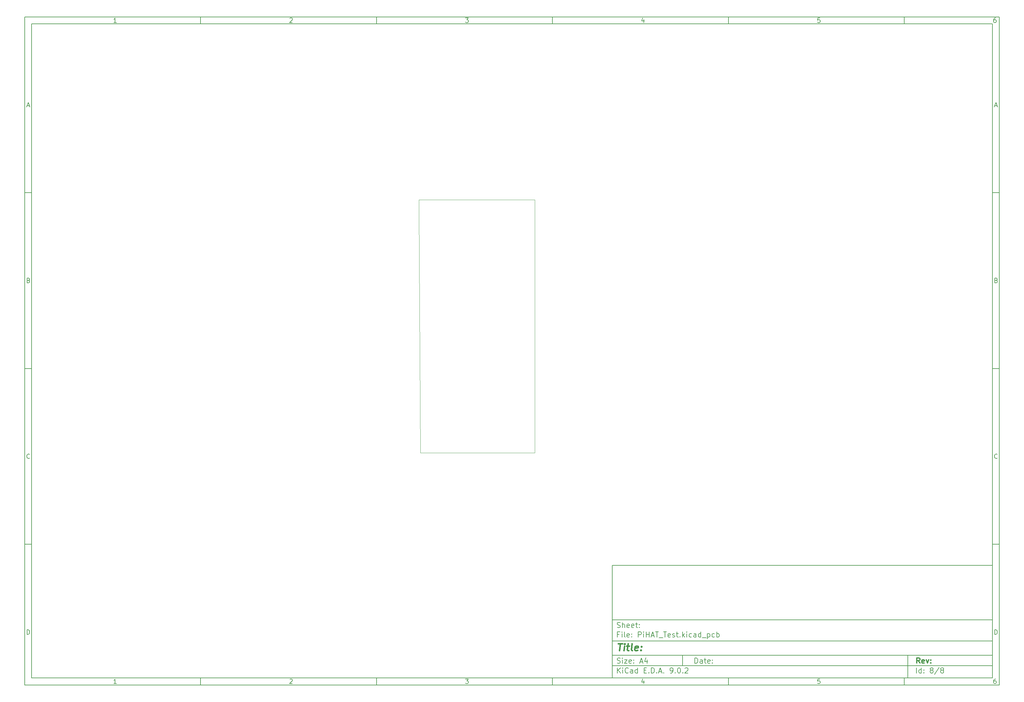
<source format=gbr>
%TF.GenerationSoftware,KiCad,Pcbnew,9.0.2*%
%TF.CreationDate,2025-07-16T09:33:13+08:00*%
%TF.ProjectId,PiHAT_Test,50694841-545f-4546-9573-742e6b696361,rev?*%
%TF.SameCoordinates,Original*%
%TF.FileFunction,Profile,NP*%
%FSLAX46Y46*%
G04 Gerber Fmt 4.6, Leading zero omitted, Abs format (unit mm)*
G04 Created by KiCad (PCBNEW 9.0.2) date 2025-07-16 09:33:13*
%MOMM*%
%LPD*%
G01*
G04 APERTURE LIST*
%ADD10C,0.100000*%
%ADD11C,0.150000*%
%ADD12C,0.300000*%
%ADD13C,0.400000*%
%TA.AperFunction,Profile*%
%ADD14C,0.050000*%
%TD*%
G04 APERTURE END LIST*
D10*
D11*
X177002200Y-166007200D02*
X285002200Y-166007200D01*
X285002200Y-198007200D01*
X177002200Y-198007200D01*
X177002200Y-166007200D01*
D10*
D11*
X10000000Y-10000000D02*
X287002200Y-10000000D01*
X287002200Y-200007200D01*
X10000000Y-200007200D01*
X10000000Y-10000000D01*
D10*
D11*
X12000000Y-12000000D02*
X285002200Y-12000000D01*
X285002200Y-198007200D01*
X12000000Y-198007200D01*
X12000000Y-12000000D01*
D10*
D11*
X60000000Y-12000000D02*
X60000000Y-10000000D01*
D10*
D11*
X110000000Y-12000000D02*
X110000000Y-10000000D01*
D10*
D11*
X160000000Y-12000000D02*
X160000000Y-10000000D01*
D10*
D11*
X210000000Y-12000000D02*
X210000000Y-10000000D01*
D10*
D11*
X260000000Y-12000000D02*
X260000000Y-10000000D01*
D10*
D11*
X36089160Y-11593604D02*
X35346303Y-11593604D01*
X35717731Y-11593604D02*
X35717731Y-10293604D01*
X35717731Y-10293604D02*
X35593922Y-10479319D01*
X35593922Y-10479319D02*
X35470112Y-10603128D01*
X35470112Y-10603128D02*
X35346303Y-10665033D01*
D10*
D11*
X85346303Y-10417414D02*
X85408207Y-10355509D01*
X85408207Y-10355509D02*
X85532017Y-10293604D01*
X85532017Y-10293604D02*
X85841541Y-10293604D01*
X85841541Y-10293604D02*
X85965350Y-10355509D01*
X85965350Y-10355509D02*
X86027255Y-10417414D01*
X86027255Y-10417414D02*
X86089160Y-10541223D01*
X86089160Y-10541223D02*
X86089160Y-10665033D01*
X86089160Y-10665033D02*
X86027255Y-10850747D01*
X86027255Y-10850747D02*
X85284398Y-11593604D01*
X85284398Y-11593604D02*
X86089160Y-11593604D01*
D10*
D11*
X135284398Y-10293604D02*
X136089160Y-10293604D01*
X136089160Y-10293604D02*
X135655826Y-10788842D01*
X135655826Y-10788842D02*
X135841541Y-10788842D01*
X135841541Y-10788842D02*
X135965350Y-10850747D01*
X135965350Y-10850747D02*
X136027255Y-10912652D01*
X136027255Y-10912652D02*
X136089160Y-11036461D01*
X136089160Y-11036461D02*
X136089160Y-11345985D01*
X136089160Y-11345985D02*
X136027255Y-11469795D01*
X136027255Y-11469795D02*
X135965350Y-11531700D01*
X135965350Y-11531700D02*
X135841541Y-11593604D01*
X135841541Y-11593604D02*
X135470112Y-11593604D01*
X135470112Y-11593604D02*
X135346303Y-11531700D01*
X135346303Y-11531700D02*
X135284398Y-11469795D01*
D10*
D11*
X185965350Y-10726938D02*
X185965350Y-11593604D01*
X185655826Y-10231700D02*
X185346303Y-11160271D01*
X185346303Y-11160271D02*
X186151064Y-11160271D01*
D10*
D11*
X236027255Y-10293604D02*
X235408207Y-10293604D01*
X235408207Y-10293604D02*
X235346303Y-10912652D01*
X235346303Y-10912652D02*
X235408207Y-10850747D01*
X235408207Y-10850747D02*
X235532017Y-10788842D01*
X235532017Y-10788842D02*
X235841541Y-10788842D01*
X235841541Y-10788842D02*
X235965350Y-10850747D01*
X235965350Y-10850747D02*
X236027255Y-10912652D01*
X236027255Y-10912652D02*
X236089160Y-11036461D01*
X236089160Y-11036461D02*
X236089160Y-11345985D01*
X236089160Y-11345985D02*
X236027255Y-11469795D01*
X236027255Y-11469795D02*
X235965350Y-11531700D01*
X235965350Y-11531700D02*
X235841541Y-11593604D01*
X235841541Y-11593604D02*
X235532017Y-11593604D01*
X235532017Y-11593604D02*
X235408207Y-11531700D01*
X235408207Y-11531700D02*
X235346303Y-11469795D01*
D10*
D11*
X285965350Y-10293604D02*
X285717731Y-10293604D01*
X285717731Y-10293604D02*
X285593922Y-10355509D01*
X285593922Y-10355509D02*
X285532017Y-10417414D01*
X285532017Y-10417414D02*
X285408207Y-10603128D01*
X285408207Y-10603128D02*
X285346303Y-10850747D01*
X285346303Y-10850747D02*
X285346303Y-11345985D01*
X285346303Y-11345985D02*
X285408207Y-11469795D01*
X285408207Y-11469795D02*
X285470112Y-11531700D01*
X285470112Y-11531700D02*
X285593922Y-11593604D01*
X285593922Y-11593604D02*
X285841541Y-11593604D01*
X285841541Y-11593604D02*
X285965350Y-11531700D01*
X285965350Y-11531700D02*
X286027255Y-11469795D01*
X286027255Y-11469795D02*
X286089160Y-11345985D01*
X286089160Y-11345985D02*
X286089160Y-11036461D01*
X286089160Y-11036461D02*
X286027255Y-10912652D01*
X286027255Y-10912652D02*
X285965350Y-10850747D01*
X285965350Y-10850747D02*
X285841541Y-10788842D01*
X285841541Y-10788842D02*
X285593922Y-10788842D01*
X285593922Y-10788842D02*
X285470112Y-10850747D01*
X285470112Y-10850747D02*
X285408207Y-10912652D01*
X285408207Y-10912652D02*
X285346303Y-11036461D01*
D10*
D11*
X60000000Y-198007200D02*
X60000000Y-200007200D01*
D10*
D11*
X110000000Y-198007200D02*
X110000000Y-200007200D01*
D10*
D11*
X160000000Y-198007200D02*
X160000000Y-200007200D01*
D10*
D11*
X210000000Y-198007200D02*
X210000000Y-200007200D01*
D10*
D11*
X260000000Y-198007200D02*
X260000000Y-200007200D01*
D10*
D11*
X36089160Y-199600804D02*
X35346303Y-199600804D01*
X35717731Y-199600804D02*
X35717731Y-198300804D01*
X35717731Y-198300804D02*
X35593922Y-198486519D01*
X35593922Y-198486519D02*
X35470112Y-198610328D01*
X35470112Y-198610328D02*
X35346303Y-198672233D01*
D10*
D11*
X85346303Y-198424614D02*
X85408207Y-198362709D01*
X85408207Y-198362709D02*
X85532017Y-198300804D01*
X85532017Y-198300804D02*
X85841541Y-198300804D01*
X85841541Y-198300804D02*
X85965350Y-198362709D01*
X85965350Y-198362709D02*
X86027255Y-198424614D01*
X86027255Y-198424614D02*
X86089160Y-198548423D01*
X86089160Y-198548423D02*
X86089160Y-198672233D01*
X86089160Y-198672233D02*
X86027255Y-198857947D01*
X86027255Y-198857947D02*
X85284398Y-199600804D01*
X85284398Y-199600804D02*
X86089160Y-199600804D01*
D10*
D11*
X135284398Y-198300804D02*
X136089160Y-198300804D01*
X136089160Y-198300804D02*
X135655826Y-198796042D01*
X135655826Y-198796042D02*
X135841541Y-198796042D01*
X135841541Y-198796042D02*
X135965350Y-198857947D01*
X135965350Y-198857947D02*
X136027255Y-198919852D01*
X136027255Y-198919852D02*
X136089160Y-199043661D01*
X136089160Y-199043661D02*
X136089160Y-199353185D01*
X136089160Y-199353185D02*
X136027255Y-199476995D01*
X136027255Y-199476995D02*
X135965350Y-199538900D01*
X135965350Y-199538900D02*
X135841541Y-199600804D01*
X135841541Y-199600804D02*
X135470112Y-199600804D01*
X135470112Y-199600804D02*
X135346303Y-199538900D01*
X135346303Y-199538900D02*
X135284398Y-199476995D01*
D10*
D11*
X185965350Y-198734138D02*
X185965350Y-199600804D01*
X185655826Y-198238900D02*
X185346303Y-199167471D01*
X185346303Y-199167471D02*
X186151064Y-199167471D01*
D10*
D11*
X236027255Y-198300804D02*
X235408207Y-198300804D01*
X235408207Y-198300804D02*
X235346303Y-198919852D01*
X235346303Y-198919852D02*
X235408207Y-198857947D01*
X235408207Y-198857947D02*
X235532017Y-198796042D01*
X235532017Y-198796042D02*
X235841541Y-198796042D01*
X235841541Y-198796042D02*
X235965350Y-198857947D01*
X235965350Y-198857947D02*
X236027255Y-198919852D01*
X236027255Y-198919852D02*
X236089160Y-199043661D01*
X236089160Y-199043661D02*
X236089160Y-199353185D01*
X236089160Y-199353185D02*
X236027255Y-199476995D01*
X236027255Y-199476995D02*
X235965350Y-199538900D01*
X235965350Y-199538900D02*
X235841541Y-199600804D01*
X235841541Y-199600804D02*
X235532017Y-199600804D01*
X235532017Y-199600804D02*
X235408207Y-199538900D01*
X235408207Y-199538900D02*
X235346303Y-199476995D01*
D10*
D11*
X285965350Y-198300804D02*
X285717731Y-198300804D01*
X285717731Y-198300804D02*
X285593922Y-198362709D01*
X285593922Y-198362709D02*
X285532017Y-198424614D01*
X285532017Y-198424614D02*
X285408207Y-198610328D01*
X285408207Y-198610328D02*
X285346303Y-198857947D01*
X285346303Y-198857947D02*
X285346303Y-199353185D01*
X285346303Y-199353185D02*
X285408207Y-199476995D01*
X285408207Y-199476995D02*
X285470112Y-199538900D01*
X285470112Y-199538900D02*
X285593922Y-199600804D01*
X285593922Y-199600804D02*
X285841541Y-199600804D01*
X285841541Y-199600804D02*
X285965350Y-199538900D01*
X285965350Y-199538900D02*
X286027255Y-199476995D01*
X286027255Y-199476995D02*
X286089160Y-199353185D01*
X286089160Y-199353185D02*
X286089160Y-199043661D01*
X286089160Y-199043661D02*
X286027255Y-198919852D01*
X286027255Y-198919852D02*
X285965350Y-198857947D01*
X285965350Y-198857947D02*
X285841541Y-198796042D01*
X285841541Y-198796042D02*
X285593922Y-198796042D01*
X285593922Y-198796042D02*
X285470112Y-198857947D01*
X285470112Y-198857947D02*
X285408207Y-198919852D01*
X285408207Y-198919852D02*
X285346303Y-199043661D01*
D10*
D11*
X10000000Y-60000000D02*
X12000000Y-60000000D01*
D10*
D11*
X10000000Y-110000000D02*
X12000000Y-110000000D01*
D10*
D11*
X10000000Y-160000000D02*
X12000000Y-160000000D01*
D10*
D11*
X10690476Y-35222176D02*
X11309523Y-35222176D01*
X10566666Y-35593604D02*
X10999999Y-34293604D01*
X10999999Y-34293604D02*
X11433333Y-35593604D01*
D10*
D11*
X11092857Y-84912652D02*
X11278571Y-84974557D01*
X11278571Y-84974557D02*
X11340476Y-85036461D01*
X11340476Y-85036461D02*
X11402380Y-85160271D01*
X11402380Y-85160271D02*
X11402380Y-85345985D01*
X11402380Y-85345985D02*
X11340476Y-85469795D01*
X11340476Y-85469795D02*
X11278571Y-85531700D01*
X11278571Y-85531700D02*
X11154761Y-85593604D01*
X11154761Y-85593604D02*
X10659523Y-85593604D01*
X10659523Y-85593604D02*
X10659523Y-84293604D01*
X10659523Y-84293604D02*
X11092857Y-84293604D01*
X11092857Y-84293604D02*
X11216666Y-84355509D01*
X11216666Y-84355509D02*
X11278571Y-84417414D01*
X11278571Y-84417414D02*
X11340476Y-84541223D01*
X11340476Y-84541223D02*
X11340476Y-84665033D01*
X11340476Y-84665033D02*
X11278571Y-84788842D01*
X11278571Y-84788842D02*
X11216666Y-84850747D01*
X11216666Y-84850747D02*
X11092857Y-84912652D01*
X11092857Y-84912652D02*
X10659523Y-84912652D01*
D10*
D11*
X11402380Y-135469795D02*
X11340476Y-135531700D01*
X11340476Y-135531700D02*
X11154761Y-135593604D01*
X11154761Y-135593604D02*
X11030952Y-135593604D01*
X11030952Y-135593604D02*
X10845238Y-135531700D01*
X10845238Y-135531700D02*
X10721428Y-135407890D01*
X10721428Y-135407890D02*
X10659523Y-135284080D01*
X10659523Y-135284080D02*
X10597619Y-135036461D01*
X10597619Y-135036461D02*
X10597619Y-134850747D01*
X10597619Y-134850747D02*
X10659523Y-134603128D01*
X10659523Y-134603128D02*
X10721428Y-134479319D01*
X10721428Y-134479319D02*
X10845238Y-134355509D01*
X10845238Y-134355509D02*
X11030952Y-134293604D01*
X11030952Y-134293604D02*
X11154761Y-134293604D01*
X11154761Y-134293604D02*
X11340476Y-134355509D01*
X11340476Y-134355509D02*
X11402380Y-134417414D01*
D10*
D11*
X10659523Y-185593604D02*
X10659523Y-184293604D01*
X10659523Y-184293604D02*
X10969047Y-184293604D01*
X10969047Y-184293604D02*
X11154761Y-184355509D01*
X11154761Y-184355509D02*
X11278571Y-184479319D01*
X11278571Y-184479319D02*
X11340476Y-184603128D01*
X11340476Y-184603128D02*
X11402380Y-184850747D01*
X11402380Y-184850747D02*
X11402380Y-185036461D01*
X11402380Y-185036461D02*
X11340476Y-185284080D01*
X11340476Y-185284080D02*
X11278571Y-185407890D01*
X11278571Y-185407890D02*
X11154761Y-185531700D01*
X11154761Y-185531700D02*
X10969047Y-185593604D01*
X10969047Y-185593604D02*
X10659523Y-185593604D01*
D10*
D11*
X287002200Y-60000000D02*
X285002200Y-60000000D01*
D10*
D11*
X287002200Y-110000000D02*
X285002200Y-110000000D01*
D10*
D11*
X287002200Y-160000000D02*
X285002200Y-160000000D01*
D10*
D11*
X285692676Y-35222176D02*
X286311723Y-35222176D01*
X285568866Y-35593604D02*
X286002199Y-34293604D01*
X286002199Y-34293604D02*
X286435533Y-35593604D01*
D10*
D11*
X286095057Y-84912652D02*
X286280771Y-84974557D01*
X286280771Y-84974557D02*
X286342676Y-85036461D01*
X286342676Y-85036461D02*
X286404580Y-85160271D01*
X286404580Y-85160271D02*
X286404580Y-85345985D01*
X286404580Y-85345985D02*
X286342676Y-85469795D01*
X286342676Y-85469795D02*
X286280771Y-85531700D01*
X286280771Y-85531700D02*
X286156961Y-85593604D01*
X286156961Y-85593604D02*
X285661723Y-85593604D01*
X285661723Y-85593604D02*
X285661723Y-84293604D01*
X285661723Y-84293604D02*
X286095057Y-84293604D01*
X286095057Y-84293604D02*
X286218866Y-84355509D01*
X286218866Y-84355509D02*
X286280771Y-84417414D01*
X286280771Y-84417414D02*
X286342676Y-84541223D01*
X286342676Y-84541223D02*
X286342676Y-84665033D01*
X286342676Y-84665033D02*
X286280771Y-84788842D01*
X286280771Y-84788842D02*
X286218866Y-84850747D01*
X286218866Y-84850747D02*
X286095057Y-84912652D01*
X286095057Y-84912652D02*
X285661723Y-84912652D01*
D10*
D11*
X286404580Y-135469795D02*
X286342676Y-135531700D01*
X286342676Y-135531700D02*
X286156961Y-135593604D01*
X286156961Y-135593604D02*
X286033152Y-135593604D01*
X286033152Y-135593604D02*
X285847438Y-135531700D01*
X285847438Y-135531700D02*
X285723628Y-135407890D01*
X285723628Y-135407890D02*
X285661723Y-135284080D01*
X285661723Y-135284080D02*
X285599819Y-135036461D01*
X285599819Y-135036461D02*
X285599819Y-134850747D01*
X285599819Y-134850747D02*
X285661723Y-134603128D01*
X285661723Y-134603128D02*
X285723628Y-134479319D01*
X285723628Y-134479319D02*
X285847438Y-134355509D01*
X285847438Y-134355509D02*
X286033152Y-134293604D01*
X286033152Y-134293604D02*
X286156961Y-134293604D01*
X286156961Y-134293604D02*
X286342676Y-134355509D01*
X286342676Y-134355509D02*
X286404580Y-134417414D01*
D10*
D11*
X285661723Y-185593604D02*
X285661723Y-184293604D01*
X285661723Y-184293604D02*
X285971247Y-184293604D01*
X285971247Y-184293604D02*
X286156961Y-184355509D01*
X286156961Y-184355509D02*
X286280771Y-184479319D01*
X286280771Y-184479319D02*
X286342676Y-184603128D01*
X286342676Y-184603128D02*
X286404580Y-184850747D01*
X286404580Y-184850747D02*
X286404580Y-185036461D01*
X286404580Y-185036461D02*
X286342676Y-185284080D01*
X286342676Y-185284080D02*
X286280771Y-185407890D01*
X286280771Y-185407890D02*
X286156961Y-185531700D01*
X286156961Y-185531700D02*
X285971247Y-185593604D01*
X285971247Y-185593604D02*
X285661723Y-185593604D01*
D10*
D11*
X200458026Y-193793328D02*
X200458026Y-192293328D01*
X200458026Y-192293328D02*
X200815169Y-192293328D01*
X200815169Y-192293328D02*
X201029455Y-192364757D01*
X201029455Y-192364757D02*
X201172312Y-192507614D01*
X201172312Y-192507614D02*
X201243741Y-192650471D01*
X201243741Y-192650471D02*
X201315169Y-192936185D01*
X201315169Y-192936185D02*
X201315169Y-193150471D01*
X201315169Y-193150471D02*
X201243741Y-193436185D01*
X201243741Y-193436185D02*
X201172312Y-193579042D01*
X201172312Y-193579042D02*
X201029455Y-193721900D01*
X201029455Y-193721900D02*
X200815169Y-193793328D01*
X200815169Y-193793328D02*
X200458026Y-193793328D01*
X202600884Y-193793328D02*
X202600884Y-193007614D01*
X202600884Y-193007614D02*
X202529455Y-192864757D01*
X202529455Y-192864757D02*
X202386598Y-192793328D01*
X202386598Y-192793328D02*
X202100884Y-192793328D01*
X202100884Y-192793328D02*
X201958026Y-192864757D01*
X202600884Y-193721900D02*
X202458026Y-193793328D01*
X202458026Y-193793328D02*
X202100884Y-193793328D01*
X202100884Y-193793328D02*
X201958026Y-193721900D01*
X201958026Y-193721900D02*
X201886598Y-193579042D01*
X201886598Y-193579042D02*
X201886598Y-193436185D01*
X201886598Y-193436185D02*
X201958026Y-193293328D01*
X201958026Y-193293328D02*
X202100884Y-193221900D01*
X202100884Y-193221900D02*
X202458026Y-193221900D01*
X202458026Y-193221900D02*
X202600884Y-193150471D01*
X203100884Y-192793328D02*
X203672312Y-192793328D01*
X203315169Y-192293328D02*
X203315169Y-193579042D01*
X203315169Y-193579042D02*
X203386598Y-193721900D01*
X203386598Y-193721900D02*
X203529455Y-193793328D01*
X203529455Y-193793328D02*
X203672312Y-193793328D01*
X204743741Y-193721900D02*
X204600884Y-193793328D01*
X204600884Y-193793328D02*
X204315170Y-193793328D01*
X204315170Y-193793328D02*
X204172312Y-193721900D01*
X204172312Y-193721900D02*
X204100884Y-193579042D01*
X204100884Y-193579042D02*
X204100884Y-193007614D01*
X204100884Y-193007614D02*
X204172312Y-192864757D01*
X204172312Y-192864757D02*
X204315170Y-192793328D01*
X204315170Y-192793328D02*
X204600884Y-192793328D01*
X204600884Y-192793328D02*
X204743741Y-192864757D01*
X204743741Y-192864757D02*
X204815170Y-193007614D01*
X204815170Y-193007614D02*
X204815170Y-193150471D01*
X204815170Y-193150471D02*
X204100884Y-193293328D01*
X205458026Y-193650471D02*
X205529455Y-193721900D01*
X205529455Y-193721900D02*
X205458026Y-193793328D01*
X205458026Y-193793328D02*
X205386598Y-193721900D01*
X205386598Y-193721900D02*
X205458026Y-193650471D01*
X205458026Y-193650471D02*
X205458026Y-193793328D01*
X205458026Y-192864757D02*
X205529455Y-192936185D01*
X205529455Y-192936185D02*
X205458026Y-193007614D01*
X205458026Y-193007614D02*
X205386598Y-192936185D01*
X205386598Y-192936185D02*
X205458026Y-192864757D01*
X205458026Y-192864757D02*
X205458026Y-193007614D01*
D10*
D11*
X177002200Y-194507200D02*
X285002200Y-194507200D01*
D10*
D11*
X178458026Y-196593328D02*
X178458026Y-195093328D01*
X179315169Y-196593328D02*
X178672312Y-195736185D01*
X179315169Y-195093328D02*
X178458026Y-195950471D01*
X179958026Y-196593328D02*
X179958026Y-195593328D01*
X179958026Y-195093328D02*
X179886598Y-195164757D01*
X179886598Y-195164757D02*
X179958026Y-195236185D01*
X179958026Y-195236185D02*
X180029455Y-195164757D01*
X180029455Y-195164757D02*
X179958026Y-195093328D01*
X179958026Y-195093328D02*
X179958026Y-195236185D01*
X181529455Y-196450471D02*
X181458027Y-196521900D01*
X181458027Y-196521900D02*
X181243741Y-196593328D01*
X181243741Y-196593328D02*
X181100884Y-196593328D01*
X181100884Y-196593328D02*
X180886598Y-196521900D01*
X180886598Y-196521900D02*
X180743741Y-196379042D01*
X180743741Y-196379042D02*
X180672312Y-196236185D01*
X180672312Y-196236185D02*
X180600884Y-195950471D01*
X180600884Y-195950471D02*
X180600884Y-195736185D01*
X180600884Y-195736185D02*
X180672312Y-195450471D01*
X180672312Y-195450471D02*
X180743741Y-195307614D01*
X180743741Y-195307614D02*
X180886598Y-195164757D01*
X180886598Y-195164757D02*
X181100884Y-195093328D01*
X181100884Y-195093328D02*
X181243741Y-195093328D01*
X181243741Y-195093328D02*
X181458027Y-195164757D01*
X181458027Y-195164757D02*
X181529455Y-195236185D01*
X182815170Y-196593328D02*
X182815170Y-195807614D01*
X182815170Y-195807614D02*
X182743741Y-195664757D01*
X182743741Y-195664757D02*
X182600884Y-195593328D01*
X182600884Y-195593328D02*
X182315170Y-195593328D01*
X182315170Y-195593328D02*
X182172312Y-195664757D01*
X182815170Y-196521900D02*
X182672312Y-196593328D01*
X182672312Y-196593328D02*
X182315170Y-196593328D01*
X182315170Y-196593328D02*
X182172312Y-196521900D01*
X182172312Y-196521900D02*
X182100884Y-196379042D01*
X182100884Y-196379042D02*
X182100884Y-196236185D01*
X182100884Y-196236185D02*
X182172312Y-196093328D01*
X182172312Y-196093328D02*
X182315170Y-196021900D01*
X182315170Y-196021900D02*
X182672312Y-196021900D01*
X182672312Y-196021900D02*
X182815170Y-195950471D01*
X184172313Y-196593328D02*
X184172313Y-195093328D01*
X184172313Y-196521900D02*
X184029455Y-196593328D01*
X184029455Y-196593328D02*
X183743741Y-196593328D01*
X183743741Y-196593328D02*
X183600884Y-196521900D01*
X183600884Y-196521900D02*
X183529455Y-196450471D01*
X183529455Y-196450471D02*
X183458027Y-196307614D01*
X183458027Y-196307614D02*
X183458027Y-195879042D01*
X183458027Y-195879042D02*
X183529455Y-195736185D01*
X183529455Y-195736185D02*
X183600884Y-195664757D01*
X183600884Y-195664757D02*
X183743741Y-195593328D01*
X183743741Y-195593328D02*
X184029455Y-195593328D01*
X184029455Y-195593328D02*
X184172313Y-195664757D01*
X186029455Y-195807614D02*
X186529455Y-195807614D01*
X186743741Y-196593328D02*
X186029455Y-196593328D01*
X186029455Y-196593328D02*
X186029455Y-195093328D01*
X186029455Y-195093328D02*
X186743741Y-195093328D01*
X187386598Y-196450471D02*
X187458027Y-196521900D01*
X187458027Y-196521900D02*
X187386598Y-196593328D01*
X187386598Y-196593328D02*
X187315170Y-196521900D01*
X187315170Y-196521900D02*
X187386598Y-196450471D01*
X187386598Y-196450471D02*
X187386598Y-196593328D01*
X188100884Y-196593328D02*
X188100884Y-195093328D01*
X188100884Y-195093328D02*
X188458027Y-195093328D01*
X188458027Y-195093328D02*
X188672313Y-195164757D01*
X188672313Y-195164757D02*
X188815170Y-195307614D01*
X188815170Y-195307614D02*
X188886599Y-195450471D01*
X188886599Y-195450471D02*
X188958027Y-195736185D01*
X188958027Y-195736185D02*
X188958027Y-195950471D01*
X188958027Y-195950471D02*
X188886599Y-196236185D01*
X188886599Y-196236185D02*
X188815170Y-196379042D01*
X188815170Y-196379042D02*
X188672313Y-196521900D01*
X188672313Y-196521900D02*
X188458027Y-196593328D01*
X188458027Y-196593328D02*
X188100884Y-196593328D01*
X189600884Y-196450471D02*
X189672313Y-196521900D01*
X189672313Y-196521900D02*
X189600884Y-196593328D01*
X189600884Y-196593328D02*
X189529456Y-196521900D01*
X189529456Y-196521900D02*
X189600884Y-196450471D01*
X189600884Y-196450471D02*
X189600884Y-196593328D01*
X190243742Y-196164757D02*
X190958028Y-196164757D01*
X190100885Y-196593328D02*
X190600885Y-195093328D01*
X190600885Y-195093328D02*
X191100885Y-196593328D01*
X191600884Y-196450471D02*
X191672313Y-196521900D01*
X191672313Y-196521900D02*
X191600884Y-196593328D01*
X191600884Y-196593328D02*
X191529456Y-196521900D01*
X191529456Y-196521900D02*
X191600884Y-196450471D01*
X191600884Y-196450471D02*
X191600884Y-196593328D01*
X193529456Y-196593328D02*
X193815170Y-196593328D01*
X193815170Y-196593328D02*
X193958027Y-196521900D01*
X193958027Y-196521900D02*
X194029456Y-196450471D01*
X194029456Y-196450471D02*
X194172313Y-196236185D01*
X194172313Y-196236185D02*
X194243742Y-195950471D01*
X194243742Y-195950471D02*
X194243742Y-195379042D01*
X194243742Y-195379042D02*
X194172313Y-195236185D01*
X194172313Y-195236185D02*
X194100885Y-195164757D01*
X194100885Y-195164757D02*
X193958027Y-195093328D01*
X193958027Y-195093328D02*
X193672313Y-195093328D01*
X193672313Y-195093328D02*
X193529456Y-195164757D01*
X193529456Y-195164757D02*
X193458027Y-195236185D01*
X193458027Y-195236185D02*
X193386599Y-195379042D01*
X193386599Y-195379042D02*
X193386599Y-195736185D01*
X193386599Y-195736185D02*
X193458027Y-195879042D01*
X193458027Y-195879042D02*
X193529456Y-195950471D01*
X193529456Y-195950471D02*
X193672313Y-196021900D01*
X193672313Y-196021900D02*
X193958027Y-196021900D01*
X193958027Y-196021900D02*
X194100885Y-195950471D01*
X194100885Y-195950471D02*
X194172313Y-195879042D01*
X194172313Y-195879042D02*
X194243742Y-195736185D01*
X194886598Y-196450471D02*
X194958027Y-196521900D01*
X194958027Y-196521900D02*
X194886598Y-196593328D01*
X194886598Y-196593328D02*
X194815170Y-196521900D01*
X194815170Y-196521900D02*
X194886598Y-196450471D01*
X194886598Y-196450471D02*
X194886598Y-196593328D01*
X195886599Y-195093328D02*
X196029456Y-195093328D01*
X196029456Y-195093328D02*
X196172313Y-195164757D01*
X196172313Y-195164757D02*
X196243742Y-195236185D01*
X196243742Y-195236185D02*
X196315170Y-195379042D01*
X196315170Y-195379042D02*
X196386599Y-195664757D01*
X196386599Y-195664757D02*
X196386599Y-196021900D01*
X196386599Y-196021900D02*
X196315170Y-196307614D01*
X196315170Y-196307614D02*
X196243742Y-196450471D01*
X196243742Y-196450471D02*
X196172313Y-196521900D01*
X196172313Y-196521900D02*
X196029456Y-196593328D01*
X196029456Y-196593328D02*
X195886599Y-196593328D01*
X195886599Y-196593328D02*
X195743742Y-196521900D01*
X195743742Y-196521900D02*
X195672313Y-196450471D01*
X195672313Y-196450471D02*
X195600884Y-196307614D01*
X195600884Y-196307614D02*
X195529456Y-196021900D01*
X195529456Y-196021900D02*
X195529456Y-195664757D01*
X195529456Y-195664757D02*
X195600884Y-195379042D01*
X195600884Y-195379042D02*
X195672313Y-195236185D01*
X195672313Y-195236185D02*
X195743742Y-195164757D01*
X195743742Y-195164757D02*
X195886599Y-195093328D01*
X197029455Y-196450471D02*
X197100884Y-196521900D01*
X197100884Y-196521900D02*
X197029455Y-196593328D01*
X197029455Y-196593328D02*
X196958027Y-196521900D01*
X196958027Y-196521900D02*
X197029455Y-196450471D01*
X197029455Y-196450471D02*
X197029455Y-196593328D01*
X197672313Y-195236185D02*
X197743741Y-195164757D01*
X197743741Y-195164757D02*
X197886599Y-195093328D01*
X197886599Y-195093328D02*
X198243741Y-195093328D01*
X198243741Y-195093328D02*
X198386599Y-195164757D01*
X198386599Y-195164757D02*
X198458027Y-195236185D01*
X198458027Y-195236185D02*
X198529456Y-195379042D01*
X198529456Y-195379042D02*
X198529456Y-195521900D01*
X198529456Y-195521900D02*
X198458027Y-195736185D01*
X198458027Y-195736185D02*
X197600884Y-196593328D01*
X197600884Y-196593328D02*
X198529456Y-196593328D01*
D10*
D11*
X177002200Y-191507200D02*
X285002200Y-191507200D01*
D10*
D12*
X264413853Y-193785528D02*
X263913853Y-193071242D01*
X263556710Y-193785528D02*
X263556710Y-192285528D01*
X263556710Y-192285528D02*
X264128139Y-192285528D01*
X264128139Y-192285528D02*
X264270996Y-192356957D01*
X264270996Y-192356957D02*
X264342425Y-192428385D01*
X264342425Y-192428385D02*
X264413853Y-192571242D01*
X264413853Y-192571242D02*
X264413853Y-192785528D01*
X264413853Y-192785528D02*
X264342425Y-192928385D01*
X264342425Y-192928385D02*
X264270996Y-192999814D01*
X264270996Y-192999814D02*
X264128139Y-193071242D01*
X264128139Y-193071242D02*
X263556710Y-193071242D01*
X265628139Y-193714100D02*
X265485282Y-193785528D01*
X265485282Y-193785528D02*
X265199568Y-193785528D01*
X265199568Y-193785528D02*
X265056710Y-193714100D01*
X265056710Y-193714100D02*
X264985282Y-193571242D01*
X264985282Y-193571242D02*
X264985282Y-192999814D01*
X264985282Y-192999814D02*
X265056710Y-192856957D01*
X265056710Y-192856957D02*
X265199568Y-192785528D01*
X265199568Y-192785528D02*
X265485282Y-192785528D01*
X265485282Y-192785528D02*
X265628139Y-192856957D01*
X265628139Y-192856957D02*
X265699568Y-192999814D01*
X265699568Y-192999814D02*
X265699568Y-193142671D01*
X265699568Y-193142671D02*
X264985282Y-193285528D01*
X266199567Y-192785528D02*
X266556710Y-193785528D01*
X266556710Y-193785528D02*
X266913853Y-192785528D01*
X267485281Y-193642671D02*
X267556710Y-193714100D01*
X267556710Y-193714100D02*
X267485281Y-193785528D01*
X267485281Y-193785528D02*
X267413853Y-193714100D01*
X267413853Y-193714100D02*
X267485281Y-193642671D01*
X267485281Y-193642671D02*
X267485281Y-193785528D01*
X267485281Y-192856957D02*
X267556710Y-192928385D01*
X267556710Y-192928385D02*
X267485281Y-192999814D01*
X267485281Y-192999814D02*
X267413853Y-192928385D01*
X267413853Y-192928385D02*
X267485281Y-192856957D01*
X267485281Y-192856957D02*
X267485281Y-192999814D01*
D10*
D11*
X178386598Y-193721900D02*
X178600884Y-193793328D01*
X178600884Y-193793328D02*
X178958026Y-193793328D01*
X178958026Y-193793328D02*
X179100884Y-193721900D01*
X179100884Y-193721900D02*
X179172312Y-193650471D01*
X179172312Y-193650471D02*
X179243741Y-193507614D01*
X179243741Y-193507614D02*
X179243741Y-193364757D01*
X179243741Y-193364757D02*
X179172312Y-193221900D01*
X179172312Y-193221900D02*
X179100884Y-193150471D01*
X179100884Y-193150471D02*
X178958026Y-193079042D01*
X178958026Y-193079042D02*
X178672312Y-193007614D01*
X178672312Y-193007614D02*
X178529455Y-192936185D01*
X178529455Y-192936185D02*
X178458026Y-192864757D01*
X178458026Y-192864757D02*
X178386598Y-192721900D01*
X178386598Y-192721900D02*
X178386598Y-192579042D01*
X178386598Y-192579042D02*
X178458026Y-192436185D01*
X178458026Y-192436185D02*
X178529455Y-192364757D01*
X178529455Y-192364757D02*
X178672312Y-192293328D01*
X178672312Y-192293328D02*
X179029455Y-192293328D01*
X179029455Y-192293328D02*
X179243741Y-192364757D01*
X179886597Y-193793328D02*
X179886597Y-192793328D01*
X179886597Y-192293328D02*
X179815169Y-192364757D01*
X179815169Y-192364757D02*
X179886597Y-192436185D01*
X179886597Y-192436185D02*
X179958026Y-192364757D01*
X179958026Y-192364757D02*
X179886597Y-192293328D01*
X179886597Y-192293328D02*
X179886597Y-192436185D01*
X180458026Y-192793328D02*
X181243741Y-192793328D01*
X181243741Y-192793328D02*
X180458026Y-193793328D01*
X180458026Y-193793328D02*
X181243741Y-193793328D01*
X182386598Y-193721900D02*
X182243741Y-193793328D01*
X182243741Y-193793328D02*
X181958027Y-193793328D01*
X181958027Y-193793328D02*
X181815169Y-193721900D01*
X181815169Y-193721900D02*
X181743741Y-193579042D01*
X181743741Y-193579042D02*
X181743741Y-193007614D01*
X181743741Y-193007614D02*
X181815169Y-192864757D01*
X181815169Y-192864757D02*
X181958027Y-192793328D01*
X181958027Y-192793328D02*
X182243741Y-192793328D01*
X182243741Y-192793328D02*
X182386598Y-192864757D01*
X182386598Y-192864757D02*
X182458027Y-193007614D01*
X182458027Y-193007614D02*
X182458027Y-193150471D01*
X182458027Y-193150471D02*
X181743741Y-193293328D01*
X183100883Y-193650471D02*
X183172312Y-193721900D01*
X183172312Y-193721900D02*
X183100883Y-193793328D01*
X183100883Y-193793328D02*
X183029455Y-193721900D01*
X183029455Y-193721900D02*
X183100883Y-193650471D01*
X183100883Y-193650471D02*
X183100883Y-193793328D01*
X183100883Y-192864757D02*
X183172312Y-192936185D01*
X183172312Y-192936185D02*
X183100883Y-193007614D01*
X183100883Y-193007614D02*
X183029455Y-192936185D01*
X183029455Y-192936185D02*
X183100883Y-192864757D01*
X183100883Y-192864757D02*
X183100883Y-193007614D01*
X184886598Y-193364757D02*
X185600884Y-193364757D01*
X184743741Y-193793328D02*
X185243741Y-192293328D01*
X185243741Y-192293328D02*
X185743741Y-193793328D01*
X186886598Y-192793328D02*
X186886598Y-193793328D01*
X186529455Y-192221900D02*
X186172312Y-193293328D01*
X186172312Y-193293328D02*
X187100883Y-193293328D01*
D10*
D11*
X263458026Y-196593328D02*
X263458026Y-195093328D01*
X264815170Y-196593328D02*
X264815170Y-195093328D01*
X264815170Y-196521900D02*
X264672312Y-196593328D01*
X264672312Y-196593328D02*
X264386598Y-196593328D01*
X264386598Y-196593328D02*
X264243741Y-196521900D01*
X264243741Y-196521900D02*
X264172312Y-196450471D01*
X264172312Y-196450471D02*
X264100884Y-196307614D01*
X264100884Y-196307614D02*
X264100884Y-195879042D01*
X264100884Y-195879042D02*
X264172312Y-195736185D01*
X264172312Y-195736185D02*
X264243741Y-195664757D01*
X264243741Y-195664757D02*
X264386598Y-195593328D01*
X264386598Y-195593328D02*
X264672312Y-195593328D01*
X264672312Y-195593328D02*
X264815170Y-195664757D01*
X265529455Y-196450471D02*
X265600884Y-196521900D01*
X265600884Y-196521900D02*
X265529455Y-196593328D01*
X265529455Y-196593328D02*
X265458027Y-196521900D01*
X265458027Y-196521900D02*
X265529455Y-196450471D01*
X265529455Y-196450471D02*
X265529455Y-196593328D01*
X265529455Y-195664757D02*
X265600884Y-195736185D01*
X265600884Y-195736185D02*
X265529455Y-195807614D01*
X265529455Y-195807614D02*
X265458027Y-195736185D01*
X265458027Y-195736185D02*
X265529455Y-195664757D01*
X265529455Y-195664757D02*
X265529455Y-195807614D01*
X267600884Y-195736185D02*
X267458027Y-195664757D01*
X267458027Y-195664757D02*
X267386598Y-195593328D01*
X267386598Y-195593328D02*
X267315170Y-195450471D01*
X267315170Y-195450471D02*
X267315170Y-195379042D01*
X267315170Y-195379042D02*
X267386598Y-195236185D01*
X267386598Y-195236185D02*
X267458027Y-195164757D01*
X267458027Y-195164757D02*
X267600884Y-195093328D01*
X267600884Y-195093328D02*
X267886598Y-195093328D01*
X267886598Y-195093328D02*
X268029456Y-195164757D01*
X268029456Y-195164757D02*
X268100884Y-195236185D01*
X268100884Y-195236185D02*
X268172313Y-195379042D01*
X268172313Y-195379042D02*
X268172313Y-195450471D01*
X268172313Y-195450471D02*
X268100884Y-195593328D01*
X268100884Y-195593328D02*
X268029456Y-195664757D01*
X268029456Y-195664757D02*
X267886598Y-195736185D01*
X267886598Y-195736185D02*
X267600884Y-195736185D01*
X267600884Y-195736185D02*
X267458027Y-195807614D01*
X267458027Y-195807614D02*
X267386598Y-195879042D01*
X267386598Y-195879042D02*
X267315170Y-196021900D01*
X267315170Y-196021900D02*
X267315170Y-196307614D01*
X267315170Y-196307614D02*
X267386598Y-196450471D01*
X267386598Y-196450471D02*
X267458027Y-196521900D01*
X267458027Y-196521900D02*
X267600884Y-196593328D01*
X267600884Y-196593328D02*
X267886598Y-196593328D01*
X267886598Y-196593328D02*
X268029456Y-196521900D01*
X268029456Y-196521900D02*
X268100884Y-196450471D01*
X268100884Y-196450471D02*
X268172313Y-196307614D01*
X268172313Y-196307614D02*
X268172313Y-196021900D01*
X268172313Y-196021900D02*
X268100884Y-195879042D01*
X268100884Y-195879042D02*
X268029456Y-195807614D01*
X268029456Y-195807614D02*
X267886598Y-195736185D01*
X269886598Y-195021900D02*
X268600884Y-196950471D01*
X270600884Y-195736185D02*
X270458027Y-195664757D01*
X270458027Y-195664757D02*
X270386598Y-195593328D01*
X270386598Y-195593328D02*
X270315170Y-195450471D01*
X270315170Y-195450471D02*
X270315170Y-195379042D01*
X270315170Y-195379042D02*
X270386598Y-195236185D01*
X270386598Y-195236185D02*
X270458027Y-195164757D01*
X270458027Y-195164757D02*
X270600884Y-195093328D01*
X270600884Y-195093328D02*
X270886598Y-195093328D01*
X270886598Y-195093328D02*
X271029456Y-195164757D01*
X271029456Y-195164757D02*
X271100884Y-195236185D01*
X271100884Y-195236185D02*
X271172313Y-195379042D01*
X271172313Y-195379042D02*
X271172313Y-195450471D01*
X271172313Y-195450471D02*
X271100884Y-195593328D01*
X271100884Y-195593328D02*
X271029456Y-195664757D01*
X271029456Y-195664757D02*
X270886598Y-195736185D01*
X270886598Y-195736185D02*
X270600884Y-195736185D01*
X270600884Y-195736185D02*
X270458027Y-195807614D01*
X270458027Y-195807614D02*
X270386598Y-195879042D01*
X270386598Y-195879042D02*
X270315170Y-196021900D01*
X270315170Y-196021900D02*
X270315170Y-196307614D01*
X270315170Y-196307614D02*
X270386598Y-196450471D01*
X270386598Y-196450471D02*
X270458027Y-196521900D01*
X270458027Y-196521900D02*
X270600884Y-196593328D01*
X270600884Y-196593328D02*
X270886598Y-196593328D01*
X270886598Y-196593328D02*
X271029456Y-196521900D01*
X271029456Y-196521900D02*
X271100884Y-196450471D01*
X271100884Y-196450471D02*
X271172313Y-196307614D01*
X271172313Y-196307614D02*
X271172313Y-196021900D01*
X271172313Y-196021900D02*
X271100884Y-195879042D01*
X271100884Y-195879042D02*
X271029456Y-195807614D01*
X271029456Y-195807614D02*
X270886598Y-195736185D01*
D10*
D11*
X177002200Y-187507200D02*
X285002200Y-187507200D01*
D10*
D13*
X178693928Y-188211638D02*
X179836785Y-188211638D01*
X179015357Y-190211638D02*
X179265357Y-188211638D01*
X180253452Y-190211638D02*
X180420119Y-188878304D01*
X180503452Y-188211638D02*
X180396309Y-188306876D01*
X180396309Y-188306876D02*
X180479643Y-188402114D01*
X180479643Y-188402114D02*
X180586786Y-188306876D01*
X180586786Y-188306876D02*
X180503452Y-188211638D01*
X180503452Y-188211638D02*
X180479643Y-188402114D01*
X181086786Y-188878304D02*
X181848690Y-188878304D01*
X181455833Y-188211638D02*
X181241548Y-189925923D01*
X181241548Y-189925923D02*
X181312976Y-190116400D01*
X181312976Y-190116400D02*
X181491548Y-190211638D01*
X181491548Y-190211638D02*
X181682024Y-190211638D01*
X182634405Y-190211638D02*
X182455833Y-190116400D01*
X182455833Y-190116400D02*
X182384405Y-189925923D01*
X182384405Y-189925923D02*
X182598690Y-188211638D01*
X184170119Y-190116400D02*
X183967738Y-190211638D01*
X183967738Y-190211638D02*
X183586785Y-190211638D01*
X183586785Y-190211638D02*
X183408214Y-190116400D01*
X183408214Y-190116400D02*
X183336785Y-189925923D01*
X183336785Y-189925923D02*
X183432024Y-189164019D01*
X183432024Y-189164019D02*
X183551071Y-188973542D01*
X183551071Y-188973542D02*
X183753452Y-188878304D01*
X183753452Y-188878304D02*
X184134404Y-188878304D01*
X184134404Y-188878304D02*
X184312976Y-188973542D01*
X184312976Y-188973542D02*
X184384404Y-189164019D01*
X184384404Y-189164019D02*
X184360595Y-189354495D01*
X184360595Y-189354495D02*
X183384404Y-189544971D01*
X185134405Y-190021161D02*
X185217738Y-190116400D01*
X185217738Y-190116400D02*
X185110595Y-190211638D01*
X185110595Y-190211638D02*
X185027262Y-190116400D01*
X185027262Y-190116400D02*
X185134405Y-190021161D01*
X185134405Y-190021161D02*
X185110595Y-190211638D01*
X185265357Y-188973542D02*
X185348690Y-189068780D01*
X185348690Y-189068780D02*
X185241548Y-189164019D01*
X185241548Y-189164019D02*
X185158214Y-189068780D01*
X185158214Y-189068780D02*
X185265357Y-188973542D01*
X185265357Y-188973542D02*
X185241548Y-189164019D01*
D10*
D11*
X178958026Y-185607614D02*
X178458026Y-185607614D01*
X178458026Y-186393328D02*
X178458026Y-184893328D01*
X178458026Y-184893328D02*
X179172312Y-184893328D01*
X179743740Y-186393328D02*
X179743740Y-185393328D01*
X179743740Y-184893328D02*
X179672312Y-184964757D01*
X179672312Y-184964757D02*
X179743740Y-185036185D01*
X179743740Y-185036185D02*
X179815169Y-184964757D01*
X179815169Y-184964757D02*
X179743740Y-184893328D01*
X179743740Y-184893328D02*
X179743740Y-185036185D01*
X180672312Y-186393328D02*
X180529455Y-186321900D01*
X180529455Y-186321900D02*
X180458026Y-186179042D01*
X180458026Y-186179042D02*
X180458026Y-184893328D01*
X181815169Y-186321900D02*
X181672312Y-186393328D01*
X181672312Y-186393328D02*
X181386598Y-186393328D01*
X181386598Y-186393328D02*
X181243740Y-186321900D01*
X181243740Y-186321900D02*
X181172312Y-186179042D01*
X181172312Y-186179042D02*
X181172312Y-185607614D01*
X181172312Y-185607614D02*
X181243740Y-185464757D01*
X181243740Y-185464757D02*
X181386598Y-185393328D01*
X181386598Y-185393328D02*
X181672312Y-185393328D01*
X181672312Y-185393328D02*
X181815169Y-185464757D01*
X181815169Y-185464757D02*
X181886598Y-185607614D01*
X181886598Y-185607614D02*
X181886598Y-185750471D01*
X181886598Y-185750471D02*
X181172312Y-185893328D01*
X182529454Y-186250471D02*
X182600883Y-186321900D01*
X182600883Y-186321900D02*
X182529454Y-186393328D01*
X182529454Y-186393328D02*
X182458026Y-186321900D01*
X182458026Y-186321900D02*
X182529454Y-186250471D01*
X182529454Y-186250471D02*
X182529454Y-186393328D01*
X182529454Y-185464757D02*
X182600883Y-185536185D01*
X182600883Y-185536185D02*
X182529454Y-185607614D01*
X182529454Y-185607614D02*
X182458026Y-185536185D01*
X182458026Y-185536185D02*
X182529454Y-185464757D01*
X182529454Y-185464757D02*
X182529454Y-185607614D01*
X184386597Y-186393328D02*
X184386597Y-184893328D01*
X184386597Y-184893328D02*
X184958026Y-184893328D01*
X184958026Y-184893328D02*
X185100883Y-184964757D01*
X185100883Y-184964757D02*
X185172312Y-185036185D01*
X185172312Y-185036185D02*
X185243740Y-185179042D01*
X185243740Y-185179042D02*
X185243740Y-185393328D01*
X185243740Y-185393328D02*
X185172312Y-185536185D01*
X185172312Y-185536185D02*
X185100883Y-185607614D01*
X185100883Y-185607614D02*
X184958026Y-185679042D01*
X184958026Y-185679042D02*
X184386597Y-185679042D01*
X185886597Y-186393328D02*
X185886597Y-185393328D01*
X185886597Y-184893328D02*
X185815169Y-184964757D01*
X185815169Y-184964757D02*
X185886597Y-185036185D01*
X185886597Y-185036185D02*
X185958026Y-184964757D01*
X185958026Y-184964757D02*
X185886597Y-184893328D01*
X185886597Y-184893328D02*
X185886597Y-185036185D01*
X186600883Y-186393328D02*
X186600883Y-184893328D01*
X186600883Y-185607614D02*
X187458026Y-185607614D01*
X187458026Y-186393328D02*
X187458026Y-184893328D01*
X188100884Y-185964757D02*
X188815170Y-185964757D01*
X187958027Y-186393328D02*
X188458027Y-184893328D01*
X188458027Y-184893328D02*
X188958027Y-186393328D01*
X189243741Y-184893328D02*
X190100884Y-184893328D01*
X189672312Y-186393328D02*
X189672312Y-184893328D01*
X190243741Y-186536185D02*
X191386598Y-186536185D01*
X191529455Y-184893328D02*
X192386598Y-184893328D01*
X191958026Y-186393328D02*
X191958026Y-184893328D01*
X193458026Y-186321900D02*
X193315169Y-186393328D01*
X193315169Y-186393328D02*
X193029455Y-186393328D01*
X193029455Y-186393328D02*
X192886597Y-186321900D01*
X192886597Y-186321900D02*
X192815169Y-186179042D01*
X192815169Y-186179042D02*
X192815169Y-185607614D01*
X192815169Y-185607614D02*
X192886597Y-185464757D01*
X192886597Y-185464757D02*
X193029455Y-185393328D01*
X193029455Y-185393328D02*
X193315169Y-185393328D01*
X193315169Y-185393328D02*
X193458026Y-185464757D01*
X193458026Y-185464757D02*
X193529455Y-185607614D01*
X193529455Y-185607614D02*
X193529455Y-185750471D01*
X193529455Y-185750471D02*
X192815169Y-185893328D01*
X194100883Y-186321900D02*
X194243740Y-186393328D01*
X194243740Y-186393328D02*
X194529454Y-186393328D01*
X194529454Y-186393328D02*
X194672311Y-186321900D01*
X194672311Y-186321900D02*
X194743740Y-186179042D01*
X194743740Y-186179042D02*
X194743740Y-186107614D01*
X194743740Y-186107614D02*
X194672311Y-185964757D01*
X194672311Y-185964757D02*
X194529454Y-185893328D01*
X194529454Y-185893328D02*
X194315169Y-185893328D01*
X194315169Y-185893328D02*
X194172311Y-185821900D01*
X194172311Y-185821900D02*
X194100883Y-185679042D01*
X194100883Y-185679042D02*
X194100883Y-185607614D01*
X194100883Y-185607614D02*
X194172311Y-185464757D01*
X194172311Y-185464757D02*
X194315169Y-185393328D01*
X194315169Y-185393328D02*
X194529454Y-185393328D01*
X194529454Y-185393328D02*
X194672311Y-185464757D01*
X195172312Y-185393328D02*
X195743740Y-185393328D01*
X195386597Y-184893328D02*
X195386597Y-186179042D01*
X195386597Y-186179042D02*
X195458026Y-186321900D01*
X195458026Y-186321900D02*
X195600883Y-186393328D01*
X195600883Y-186393328D02*
X195743740Y-186393328D01*
X196243740Y-186250471D02*
X196315169Y-186321900D01*
X196315169Y-186321900D02*
X196243740Y-186393328D01*
X196243740Y-186393328D02*
X196172312Y-186321900D01*
X196172312Y-186321900D02*
X196243740Y-186250471D01*
X196243740Y-186250471D02*
X196243740Y-186393328D01*
X196958026Y-186393328D02*
X196958026Y-184893328D01*
X197100884Y-185821900D02*
X197529455Y-186393328D01*
X197529455Y-185393328D02*
X196958026Y-185964757D01*
X198172312Y-186393328D02*
X198172312Y-185393328D01*
X198172312Y-184893328D02*
X198100884Y-184964757D01*
X198100884Y-184964757D02*
X198172312Y-185036185D01*
X198172312Y-185036185D02*
X198243741Y-184964757D01*
X198243741Y-184964757D02*
X198172312Y-184893328D01*
X198172312Y-184893328D02*
X198172312Y-185036185D01*
X199529456Y-186321900D02*
X199386598Y-186393328D01*
X199386598Y-186393328D02*
X199100884Y-186393328D01*
X199100884Y-186393328D02*
X198958027Y-186321900D01*
X198958027Y-186321900D02*
X198886598Y-186250471D01*
X198886598Y-186250471D02*
X198815170Y-186107614D01*
X198815170Y-186107614D02*
X198815170Y-185679042D01*
X198815170Y-185679042D02*
X198886598Y-185536185D01*
X198886598Y-185536185D02*
X198958027Y-185464757D01*
X198958027Y-185464757D02*
X199100884Y-185393328D01*
X199100884Y-185393328D02*
X199386598Y-185393328D01*
X199386598Y-185393328D02*
X199529456Y-185464757D01*
X200815170Y-186393328D02*
X200815170Y-185607614D01*
X200815170Y-185607614D02*
X200743741Y-185464757D01*
X200743741Y-185464757D02*
X200600884Y-185393328D01*
X200600884Y-185393328D02*
X200315170Y-185393328D01*
X200315170Y-185393328D02*
X200172312Y-185464757D01*
X200815170Y-186321900D02*
X200672312Y-186393328D01*
X200672312Y-186393328D02*
X200315170Y-186393328D01*
X200315170Y-186393328D02*
X200172312Y-186321900D01*
X200172312Y-186321900D02*
X200100884Y-186179042D01*
X200100884Y-186179042D02*
X200100884Y-186036185D01*
X200100884Y-186036185D02*
X200172312Y-185893328D01*
X200172312Y-185893328D02*
X200315170Y-185821900D01*
X200315170Y-185821900D02*
X200672312Y-185821900D01*
X200672312Y-185821900D02*
X200815170Y-185750471D01*
X202172313Y-186393328D02*
X202172313Y-184893328D01*
X202172313Y-186321900D02*
X202029455Y-186393328D01*
X202029455Y-186393328D02*
X201743741Y-186393328D01*
X201743741Y-186393328D02*
X201600884Y-186321900D01*
X201600884Y-186321900D02*
X201529455Y-186250471D01*
X201529455Y-186250471D02*
X201458027Y-186107614D01*
X201458027Y-186107614D02*
X201458027Y-185679042D01*
X201458027Y-185679042D02*
X201529455Y-185536185D01*
X201529455Y-185536185D02*
X201600884Y-185464757D01*
X201600884Y-185464757D02*
X201743741Y-185393328D01*
X201743741Y-185393328D02*
X202029455Y-185393328D01*
X202029455Y-185393328D02*
X202172313Y-185464757D01*
X202529456Y-186536185D02*
X203672313Y-186536185D01*
X204029455Y-185393328D02*
X204029455Y-186893328D01*
X204029455Y-185464757D02*
X204172313Y-185393328D01*
X204172313Y-185393328D02*
X204458027Y-185393328D01*
X204458027Y-185393328D02*
X204600884Y-185464757D01*
X204600884Y-185464757D02*
X204672313Y-185536185D01*
X204672313Y-185536185D02*
X204743741Y-185679042D01*
X204743741Y-185679042D02*
X204743741Y-186107614D01*
X204743741Y-186107614D02*
X204672313Y-186250471D01*
X204672313Y-186250471D02*
X204600884Y-186321900D01*
X204600884Y-186321900D02*
X204458027Y-186393328D01*
X204458027Y-186393328D02*
X204172313Y-186393328D01*
X204172313Y-186393328D02*
X204029455Y-186321900D01*
X206029456Y-186321900D02*
X205886598Y-186393328D01*
X205886598Y-186393328D02*
X205600884Y-186393328D01*
X205600884Y-186393328D02*
X205458027Y-186321900D01*
X205458027Y-186321900D02*
X205386598Y-186250471D01*
X205386598Y-186250471D02*
X205315170Y-186107614D01*
X205315170Y-186107614D02*
X205315170Y-185679042D01*
X205315170Y-185679042D02*
X205386598Y-185536185D01*
X205386598Y-185536185D02*
X205458027Y-185464757D01*
X205458027Y-185464757D02*
X205600884Y-185393328D01*
X205600884Y-185393328D02*
X205886598Y-185393328D01*
X205886598Y-185393328D02*
X206029456Y-185464757D01*
X206672312Y-186393328D02*
X206672312Y-184893328D01*
X206672312Y-185464757D02*
X206815170Y-185393328D01*
X206815170Y-185393328D02*
X207100884Y-185393328D01*
X207100884Y-185393328D02*
X207243741Y-185464757D01*
X207243741Y-185464757D02*
X207315170Y-185536185D01*
X207315170Y-185536185D02*
X207386598Y-185679042D01*
X207386598Y-185679042D02*
X207386598Y-186107614D01*
X207386598Y-186107614D02*
X207315170Y-186250471D01*
X207315170Y-186250471D02*
X207243741Y-186321900D01*
X207243741Y-186321900D02*
X207100884Y-186393328D01*
X207100884Y-186393328D02*
X206815170Y-186393328D01*
X206815170Y-186393328D02*
X206672312Y-186321900D01*
D10*
D11*
X177002200Y-181507200D02*
X285002200Y-181507200D01*
D10*
D11*
X178386598Y-183621900D02*
X178600884Y-183693328D01*
X178600884Y-183693328D02*
X178958026Y-183693328D01*
X178958026Y-183693328D02*
X179100884Y-183621900D01*
X179100884Y-183621900D02*
X179172312Y-183550471D01*
X179172312Y-183550471D02*
X179243741Y-183407614D01*
X179243741Y-183407614D02*
X179243741Y-183264757D01*
X179243741Y-183264757D02*
X179172312Y-183121900D01*
X179172312Y-183121900D02*
X179100884Y-183050471D01*
X179100884Y-183050471D02*
X178958026Y-182979042D01*
X178958026Y-182979042D02*
X178672312Y-182907614D01*
X178672312Y-182907614D02*
X178529455Y-182836185D01*
X178529455Y-182836185D02*
X178458026Y-182764757D01*
X178458026Y-182764757D02*
X178386598Y-182621900D01*
X178386598Y-182621900D02*
X178386598Y-182479042D01*
X178386598Y-182479042D02*
X178458026Y-182336185D01*
X178458026Y-182336185D02*
X178529455Y-182264757D01*
X178529455Y-182264757D02*
X178672312Y-182193328D01*
X178672312Y-182193328D02*
X179029455Y-182193328D01*
X179029455Y-182193328D02*
X179243741Y-182264757D01*
X179886597Y-183693328D02*
X179886597Y-182193328D01*
X180529455Y-183693328D02*
X180529455Y-182907614D01*
X180529455Y-182907614D02*
X180458026Y-182764757D01*
X180458026Y-182764757D02*
X180315169Y-182693328D01*
X180315169Y-182693328D02*
X180100883Y-182693328D01*
X180100883Y-182693328D02*
X179958026Y-182764757D01*
X179958026Y-182764757D02*
X179886597Y-182836185D01*
X181815169Y-183621900D02*
X181672312Y-183693328D01*
X181672312Y-183693328D02*
X181386598Y-183693328D01*
X181386598Y-183693328D02*
X181243740Y-183621900D01*
X181243740Y-183621900D02*
X181172312Y-183479042D01*
X181172312Y-183479042D02*
X181172312Y-182907614D01*
X181172312Y-182907614D02*
X181243740Y-182764757D01*
X181243740Y-182764757D02*
X181386598Y-182693328D01*
X181386598Y-182693328D02*
X181672312Y-182693328D01*
X181672312Y-182693328D02*
X181815169Y-182764757D01*
X181815169Y-182764757D02*
X181886598Y-182907614D01*
X181886598Y-182907614D02*
X181886598Y-183050471D01*
X181886598Y-183050471D02*
X181172312Y-183193328D01*
X183100883Y-183621900D02*
X182958026Y-183693328D01*
X182958026Y-183693328D02*
X182672312Y-183693328D01*
X182672312Y-183693328D02*
X182529454Y-183621900D01*
X182529454Y-183621900D02*
X182458026Y-183479042D01*
X182458026Y-183479042D02*
X182458026Y-182907614D01*
X182458026Y-182907614D02*
X182529454Y-182764757D01*
X182529454Y-182764757D02*
X182672312Y-182693328D01*
X182672312Y-182693328D02*
X182958026Y-182693328D01*
X182958026Y-182693328D02*
X183100883Y-182764757D01*
X183100883Y-182764757D02*
X183172312Y-182907614D01*
X183172312Y-182907614D02*
X183172312Y-183050471D01*
X183172312Y-183050471D02*
X182458026Y-183193328D01*
X183600883Y-182693328D02*
X184172311Y-182693328D01*
X183815168Y-182193328D02*
X183815168Y-183479042D01*
X183815168Y-183479042D02*
X183886597Y-183621900D01*
X183886597Y-183621900D02*
X184029454Y-183693328D01*
X184029454Y-183693328D02*
X184172311Y-183693328D01*
X184672311Y-183550471D02*
X184743740Y-183621900D01*
X184743740Y-183621900D02*
X184672311Y-183693328D01*
X184672311Y-183693328D02*
X184600883Y-183621900D01*
X184600883Y-183621900D02*
X184672311Y-183550471D01*
X184672311Y-183550471D02*
X184672311Y-183693328D01*
X184672311Y-182764757D02*
X184743740Y-182836185D01*
X184743740Y-182836185D02*
X184672311Y-182907614D01*
X184672311Y-182907614D02*
X184600883Y-182836185D01*
X184600883Y-182836185D02*
X184672311Y-182764757D01*
X184672311Y-182764757D02*
X184672311Y-182907614D01*
D10*
D11*
X197002200Y-191507200D02*
X197002200Y-194507200D01*
D10*
D11*
X261002200Y-191507200D02*
X261002200Y-198007200D01*
D14*
X122000000Y-62000000D02*
X122000000Y-65000000D01*
X122500000Y-134000000D02*
X155000000Y-134000000D01*
X122000000Y-62000000D02*
X155000000Y-62000000D01*
X155000000Y-62000000D02*
X155000000Y-134000000D01*
X122000000Y-65000000D02*
X122500000Y-134000000D01*
M02*

</source>
